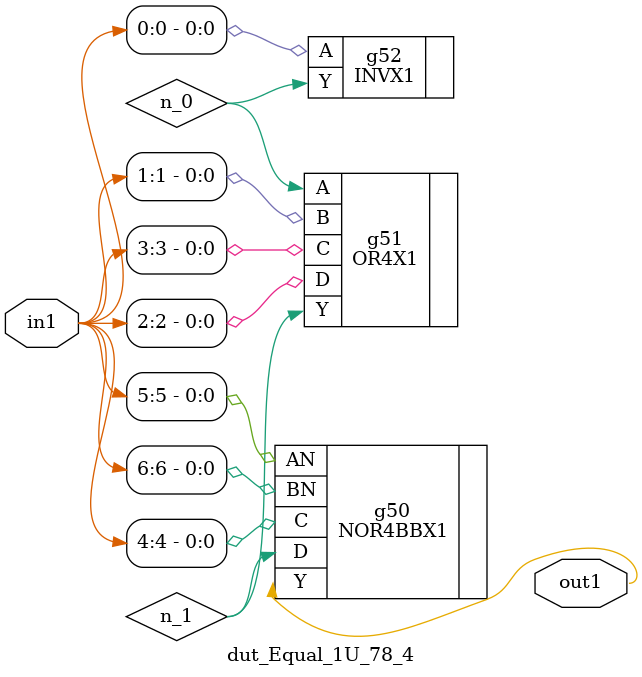
<source format=v>
`timescale 1ps / 1ps


module dut_Equal_1U_78_4(in1, out1);
  input [6:0] in1;
  output out1;
  wire [6:0] in1;
  wire out1;
  wire n_0, n_1;
  NOR4BBX1 g50(.AN (in1[5]), .BN (in1[6]), .C (in1[4]), .D (n_1), .Y
       (out1));
  OR4X1 g51(.A (n_0), .B (in1[1]), .C (in1[3]), .D (in1[2]), .Y (n_1));
  INVX1 g52(.A (in1[0]), .Y (n_0));
endmodule



</source>
